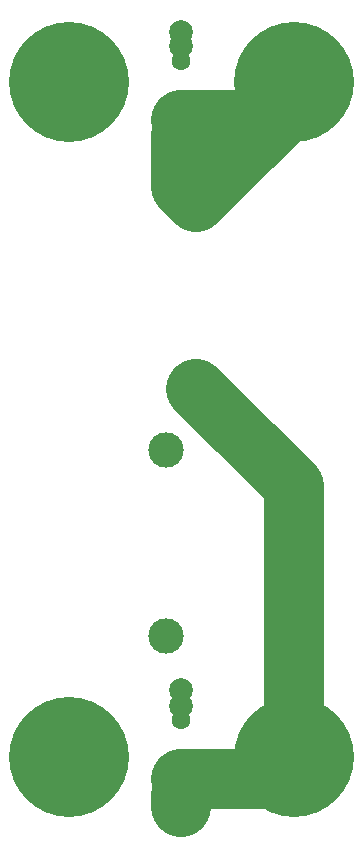
<source format=gbr>
G04 #@! TF.GenerationSoftware,KiCad,Pcbnew,5.0.2-bee76a0~70~ubuntu16.04.1*
G04 #@! TF.CreationDate,2021-05-01T11:56:51-07:00*
G04 #@! TF.ProjectId,matching-network-modules,6d617463-6869-46e6-972d-6e6574776f72,rev?*
G04 #@! TF.SameCoordinates,Original*
G04 #@! TF.FileFunction,Copper,L2,Bot*
G04 #@! TF.FilePolarity,Positive*
%FSLAX46Y46*%
G04 Gerber Fmt 4.6, Leading zero omitted, Abs format (unit mm)*
G04 Created by KiCad (PCBNEW 5.0.2-bee76a0~70~ubuntu16.04.1) date Sat 01 May 2021 11:56:51 AM PDT*
%MOMM*%
%LPD*%
G01*
G04 APERTURE LIST*
G04 #@! TA.AperFunction,ComponentPad*
%ADD10C,1.600000*%
G04 #@! TD*
G04 #@! TA.AperFunction,ComponentPad*
%ADD11C,2.000000*%
G04 #@! TD*
G04 #@! TA.AperFunction,ComponentPad*
%ADD12C,3.000000*%
G04 #@! TD*
G04 #@! TA.AperFunction,ComponentPad*
%ADD13C,10.160000*%
G04 #@! TD*
G04 #@! TA.AperFunction,Conductor*
%ADD14C,3.810000*%
G04 #@! TD*
G04 #@! TA.AperFunction,Conductor*
%ADD15C,5.080000*%
G04 #@! TD*
G04 APERTURE END LIST*
D10*
G04 #@! TO.P,C1,2*
G04 #@! TO.N,Net-(C1-Pad2)*
X127000000Y-82550000D03*
G04 #@! TO.P,C1,1*
G04 #@! TO.N,Net-(C1-Pad1)*
X127000000Y-77550000D03*
G04 #@! TD*
D11*
G04 #@! TO.P,C2,1*
G04 #@! TO.N,Net-(C1-Pad1)*
X127000000Y-76320000D03*
G04 #@! TO.P,C2,2*
G04 #@! TO.N,Net-(C1-Pad2)*
X127000000Y-83820000D03*
G04 #@! TD*
G04 #@! TO.P,C3,1*
G04 #@! TO.N,Net-(C1-Pad1)*
X127000000Y-75090000D03*
G04 #@! TO.P,C3,2*
G04 #@! TO.N,Net-(C1-Pad2)*
X127000000Y-85090000D03*
G04 #@! TD*
D10*
G04 #@! TO.P,C4,1*
G04 #@! TO.N,Out+*
X127000000Y-133350000D03*
G04 #@! TO.P,C4,2*
G04 #@! TO.N,Out-*
X127000000Y-138350000D03*
G04 #@! TD*
D11*
G04 #@! TO.P,C5,2*
G04 #@! TO.N,Out-*
X127000000Y-139700000D03*
G04 #@! TO.P,C5,1*
G04 #@! TO.N,Out+*
X127000000Y-132200000D03*
G04 #@! TD*
G04 #@! TO.P,C6,2*
G04 #@! TO.N,Out-*
X127000000Y-140810000D03*
G04 #@! TO.P,C6,1*
G04 #@! TO.N,Out+*
X127000000Y-130810000D03*
G04 #@! TD*
D12*
G04 #@! TO.P,L1,1*
G04 #@! TO.N,Net-(C1-Pad1)*
X125730000Y-110490000D03*
G04 #@! TO.P,L1,2*
G04 #@! TO.N,Out+*
X125730000Y-126290000D03*
G04 #@! TD*
G04 #@! TO.P,L2,2*
G04 #@! TO.N,Out-*
X128270000Y-105335000D03*
G04 #@! TO.P,L2,1*
G04 #@! TO.N,Net-(C1-Pad2)*
X128270000Y-89535000D03*
G04 #@! TD*
D13*
G04 #@! TO.P,J1,1*
G04 #@! TO.N,Net-(C1-Pad1)*
X117475000Y-79375000D03*
G04 #@! TO.P,J1,2*
G04 #@! TO.N,Net-(C1-Pad2)*
X136525000Y-79375000D03*
G04 #@! TO.P,J1,3*
G04 #@! TO.N,Out+*
X117475000Y-136525000D03*
G04 #@! TO.P,J1,4*
G04 #@! TO.N,Out-*
X136525000Y-136525000D03*
G04 #@! TD*
D14*
G04 #@! TO.N,Net-(C1-Pad2)*
X136525000Y-81280000D02*
X136525000Y-79375000D01*
D15*
X128270000Y-89535000D02*
X136525000Y-81280000D01*
X127000000Y-85090000D02*
X127000000Y-83820000D01*
D14*
X127000000Y-83820000D02*
X127000000Y-82550000D01*
X133350000Y-82550000D02*
X136525000Y-79375000D01*
D15*
X127000000Y-82550000D02*
X133350000Y-82550000D01*
X127000000Y-88265000D02*
X128270000Y-89535000D01*
X127000000Y-85090000D02*
X127000000Y-88265000D01*
G04 #@! TO.N,Out-*
X136525000Y-113590000D02*
X136525000Y-136525000D01*
X128270000Y-105335000D02*
X136525000Y-113590000D01*
D14*
X127000000Y-138350000D02*
X127000000Y-139700000D01*
D15*
X127000000Y-139700000D02*
X127000000Y-140694990D01*
D14*
X134700000Y-138350000D02*
X136525000Y-136525000D01*
D15*
X127000000Y-138350000D02*
X134700000Y-138350000D01*
G04 #@! TD*
M02*

</source>
